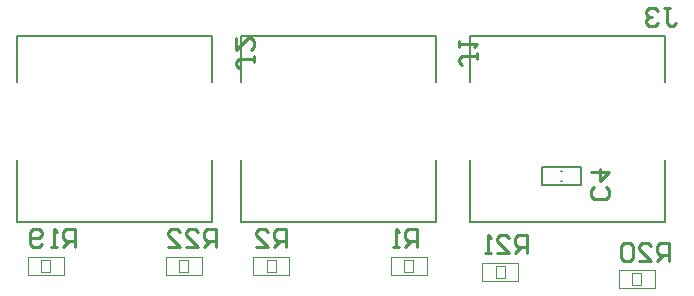
<source format=gbo>
G04*
G04 #@! TF.GenerationSoftware,Altium Limited,Altium Designer,20.0.13 (296)*
G04*
G04 Layer_Color=32896*
%FSTAX24Y24*%
%MOIN*%
G70*
G01*
G75*
%ADD13C,0.0079*%
%ADD14C,0.0050*%
%ADD16C,0.0039*%
%ADD19C,0.0100*%
D13*
X04308Y061807D02*
X04312D01*
X04308Y061493D02*
X04312D01*
D14*
X04375Y06135D02*
Y06195D01*
X04245Y06135D02*
Y06195D01*
Y06135D02*
X04375D01*
X04245Y06195D02*
X04375D01*
X038893Y064764D02*
Y0663D01*
X032396D02*
X038893D01*
X032396Y064764D02*
Y0663D01*
Y060099D02*
X038893D01*
Y062166D01*
X032396Y060099D02*
Y062166D01*
X031448Y064764D02*
Y0663D01*
X024952D02*
X031448D01*
X024952Y064764D02*
Y0663D01*
Y060099D02*
X031448D01*
Y062166D01*
X024952Y060099D02*
Y062166D01*
X046548Y064764D02*
Y0663D01*
X040052D02*
X046548D01*
X040052Y064764D02*
Y0663D01*
Y060099D02*
X046548D01*
Y062166D01*
X040052Y060099D02*
Y062166D01*
D16*
X0311Y05835D02*
Y05895D01*
X0303Y05835D02*
X0311D01*
X0299D02*
X0303D01*
X0299D02*
Y05895D01*
X0311D01*
X03065Y05845D02*
Y05885D01*
X03035Y05845D02*
X03065D01*
X03035D02*
Y05885D01*
X03065D01*
X0462Y0579D02*
Y0585D01*
X0454Y0579D02*
X0462D01*
X045D02*
X0454D01*
X045D02*
Y0585D01*
X0462D01*
X04575Y058D02*
Y0584D01*
X04545Y058D02*
X04575D01*
X04545D02*
Y0584D01*
X04575D01*
X0253Y05835D02*
Y05895D01*
X0261D01*
X0265D01*
Y05835D02*
Y05895D01*
X0253Y05835D02*
X0265D01*
X02575Y05845D02*
Y05885D01*
X02605D01*
Y05845D02*
Y05885D01*
X02575Y05845D02*
X02605D01*
X04165Y05815D02*
Y05875D01*
X04085Y05815D02*
X04165D01*
X04045D02*
X04085D01*
X04045D02*
Y05875D01*
X04165D01*
X0412Y05825D02*
Y05865D01*
X0409Y05825D02*
X0412D01*
X0409D02*
Y05865D01*
X0412D01*
X0386Y05835D02*
Y05895D01*
X0378Y05835D02*
X0386D01*
X0374D02*
X0378D01*
X0374D02*
Y05895D01*
X0386D01*
X03815Y05845D02*
Y05885D01*
X03785Y05845D02*
X03815D01*
X03785D02*
Y05885D01*
X03815D01*
X032819Y05835D02*
Y05895D01*
X033619D01*
X034019D01*
Y05835D02*
Y05895D01*
X032819Y05835D02*
X034019D01*
X033269Y05845D02*
Y05885D01*
X033569D01*
Y05845D02*
Y05885D01*
X033269Y05845D02*
X033569D01*
D19*
X03158Y05927D02*
Y05987D01*
X03128D01*
X03118Y05977D01*
Y05957D01*
X03128Y05947D01*
X03158D01*
X03138D02*
X03118Y05927D01*
X03058D02*
X03098D01*
X03058Y05967D01*
Y05977D01*
X03068Y05987D01*
X03088D01*
X03098Y05977D01*
X029981Y05927D02*
X03038D01*
X029981Y05967D01*
Y05977D01*
X03008Y05987D01*
X03028D01*
X03038Y05977D01*
X04668Y05882D02*
Y05942D01*
X04638D01*
X04628Y05932D01*
Y05912D01*
X04638Y05902D01*
X04668D01*
X04648D02*
X04628Y05882D01*
X04568D02*
X04608D01*
X04568Y05922D01*
Y05932D01*
X04578Y05942D01*
X04598D01*
X04608Y05932D01*
X04548D02*
X04538Y05942D01*
X04518D01*
X045081Y05932D01*
Y05892D01*
X04518Y05882D01*
X04538D01*
X04548Y05892D01*
Y05932D01*
X02688Y05927D02*
Y05987D01*
X02658D01*
X02648Y05977D01*
Y05957D01*
X02658Y05947D01*
X02688D01*
X02668D02*
X02648Y05927D01*
X02628D02*
X02608D01*
X02618D01*
Y05987D01*
X02628Y05977D01*
X02578Y05937D02*
X02568Y05927D01*
X02548D01*
X02538Y05937D01*
Y05977D01*
X02548Y05987D01*
X02568D01*
X02578Y05977D01*
Y05967D01*
X02568Y05957D01*
X02538D01*
X04193Y05907D02*
Y05967D01*
X04163D01*
X04153Y05957D01*
Y05937D01*
X04163Y05927D01*
X04193D01*
X04173D02*
X04153Y05907D01*
X04093D02*
X04133D01*
X04093Y05947D01*
Y05957D01*
X04103Y05967D01*
X04123D01*
X04133Y05957D01*
X04073Y05907D02*
X04053D01*
X04063D01*
Y05967D01*
X04073Y05957D01*
X04457Y06128D02*
X04467Y06118D01*
Y06098D01*
X04457Y06088D01*
X04417D01*
X04407Y06098D01*
Y06118D01*
X04417Y06128D01*
X04407Y06178D02*
X04467D01*
X04437Y06148D01*
Y06188D01*
X040284Y065729D02*
Y065529D01*
Y065629D01*
X039784D01*
X039684Y065529D01*
Y065429D01*
X039784Y065329D01*
X039684Y065929D02*
Y066129D01*
Y066029D01*
X040284D01*
X040184Y065929D01*
X033899Y05927D02*
Y05987D01*
X033599D01*
X033499Y05977D01*
Y05957D01*
X033599Y05947D01*
X033899D01*
X033699D02*
X033499Y05927D01*
X0329D02*
X033299D01*
X0329Y05967D01*
Y05977D01*
X033Y05987D01*
X0332D01*
X033299Y05977D01*
X03828Y05927D02*
Y05987D01*
X03798D01*
X03788Y05977D01*
Y05957D01*
X03798Y05947D01*
X03828D01*
X03808D02*
X03788Y05927D01*
X03768D02*
X03748D01*
X03758D01*
Y05987D01*
X03768Y05977D01*
X04651Y067229D02*
X04671D01*
X04661D01*
Y066729D01*
X04671Y066629D01*
X04681D01*
X04691Y066729D01*
X04631Y067129D02*
X04621Y067229D01*
X04601D01*
X04591Y067129D01*
Y067029D01*
X04601Y066929D01*
X04611D01*
X04601D01*
X04591Y066829D01*
Y066729D01*
X04601Y066629D01*
X04621D01*
X04631Y066729D01*
X03284Y065629D02*
Y065429D01*
Y065529D01*
X03234D01*
X03224Y065429D01*
Y065329D01*
X03234Y065229D01*
X03224Y066229D02*
Y065829D01*
X03264Y066229D01*
X03274D01*
X03284Y066129D01*
Y065929D01*
X03274Y065829D01*
M02*

</source>
